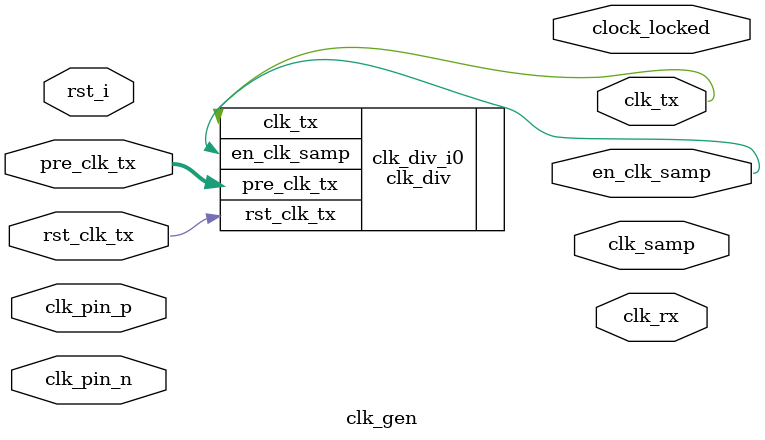
<source format=v>

`timescale 1ns/1ps


module clk_gen (
  input             clk_pin_p,       // Input clock pin - IBUFGDS is in core
  input             clk_pin_n,       //   - differential pair
  input             rst_i,           // Asynchronous input from IBUF

  input             rst_clk_tx,      // For clock divider
  
  input      [15:0] pre_clk_tx,      // Current divider

  output            clk_rx,          // Receive clock
  output            clk_tx,          // Transmit clock
  output            clk_samp,        // Sample clock

  output            en_clk_samp,     // Enable for clk_samp
  output            clock_locked     // Locked signal from MMCM
);

//***************************************************************************
// Function definitions
//***************************************************************************

//***************************************************************************
// Parameter definitions
//***************************************************************************

//***************************************************************************
// Reg declarations
//***************************************************************************

//***************************************************************************
// Wire declarations
//***************************************************************************
  
//***************************************************************************
// Code
//***************************************************************************

  // Instantiate the prescale divider

  clk_div clk_div_i0 (
    .clk_tx          (clk_tx),
    .rst_clk_tx      (rst_clk_tx),
    .pre_clk_tx      (pre_clk_tx),
    .en_clk_samp     (en_clk_samp)
  );

  // Instantiate clk_core - generated by the Clocking Wizard

// Instantiate BUFHCE here
  


endmodule

</source>
